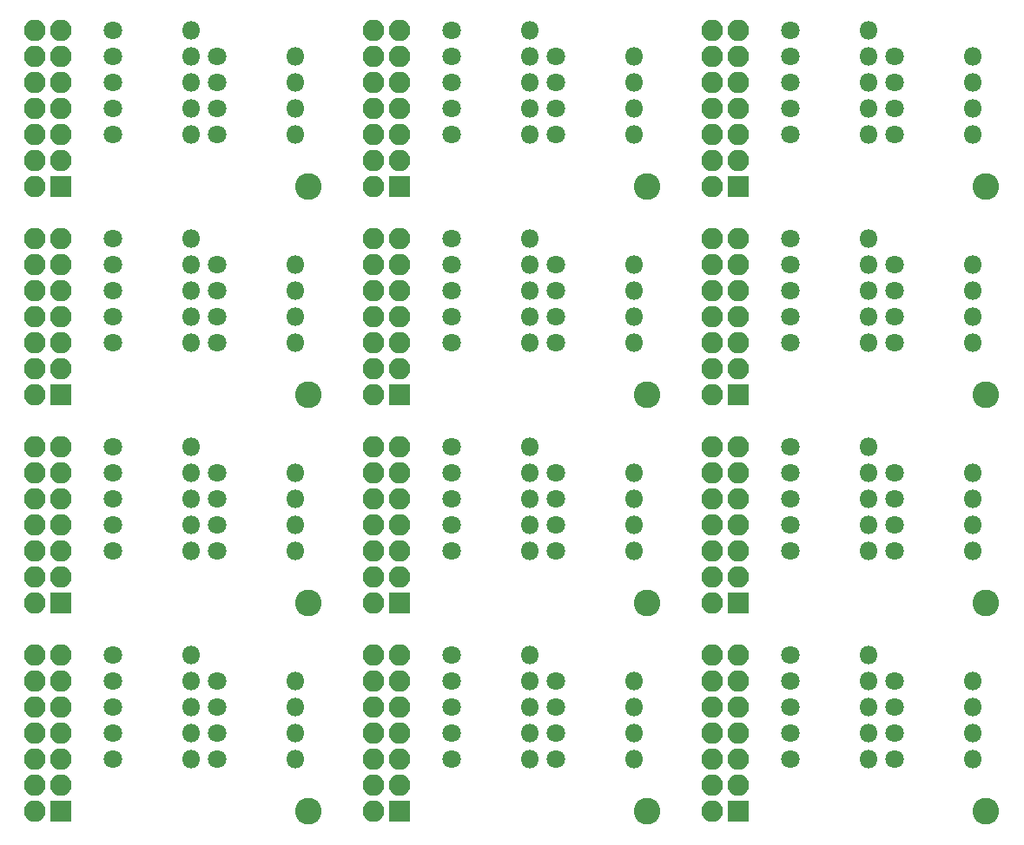
<source format=gbs>
G04 #@! TF.GenerationSoftware,KiCad,Pcbnew,(5.1.5)-3*
G04 #@! TF.CreationDate,2020-05-04T17:21:53+09:00*
G04 #@! TF.ProjectId,bf-002,62662d30-3032-42e6-9b69-6361645f7063,V01L01*
G04 #@! TF.SameCoordinates,Original*
G04 #@! TF.FileFunction,Soldermask,Bot*
G04 #@! TF.FilePolarity,Negative*
%FSLAX46Y46*%
G04 Gerber Fmt 4.6, Leading zero omitted, Abs format (unit mm)*
G04 Created by KiCad (PCBNEW (5.1.5)-3) date 2020-05-04 17:21:53*
%MOMM*%
%LPD*%
G04 APERTURE LIST*
%ADD10R,2.100000X2.100000*%
%ADD11O,2.100000X2.100000*%
%ADD12C,1.800000*%
%ADD13O,1.800000X1.800000*%
%ADD14C,2.600000*%
G04 APERTURE END LIST*
D10*
X182880000Y-114300000D03*
D11*
X180340000Y-114300000D03*
X182880000Y-111760000D03*
X180340000Y-111760000D03*
X182880000Y-109220000D03*
X180340000Y-109220000D03*
X182880000Y-106680000D03*
X180340000Y-106680000D03*
X182880000Y-104140000D03*
X180340000Y-104140000D03*
X182880000Y-101600000D03*
X180340000Y-101600000D03*
X182880000Y-99060000D03*
X180340000Y-99060000D03*
X147320000Y-99060000D03*
X149860000Y-99060000D03*
X147320000Y-101600000D03*
X149860000Y-101600000D03*
X147320000Y-104140000D03*
X149860000Y-104140000D03*
X147320000Y-106680000D03*
X149860000Y-106680000D03*
X147320000Y-109220000D03*
X149860000Y-109220000D03*
X147320000Y-111760000D03*
X149860000Y-111760000D03*
X147320000Y-114300000D03*
D10*
X149860000Y-114300000D03*
X116840000Y-114300000D03*
D11*
X114300000Y-114300000D03*
X116840000Y-111760000D03*
X114300000Y-111760000D03*
X116840000Y-109220000D03*
X114300000Y-109220000D03*
X116840000Y-106680000D03*
X114300000Y-106680000D03*
X116840000Y-104140000D03*
X114300000Y-104140000D03*
X116840000Y-101600000D03*
X114300000Y-101600000D03*
X116840000Y-99060000D03*
X114300000Y-99060000D03*
X180340000Y-78740000D03*
X182880000Y-78740000D03*
X180340000Y-81280000D03*
X182880000Y-81280000D03*
X180340000Y-83820000D03*
X182880000Y-83820000D03*
X180340000Y-86360000D03*
X182880000Y-86360000D03*
X180340000Y-88900000D03*
X182880000Y-88900000D03*
X180340000Y-91440000D03*
X182880000Y-91440000D03*
X180340000Y-93980000D03*
D10*
X182880000Y-93980000D03*
X149860000Y-93980000D03*
D11*
X147320000Y-93980000D03*
X149860000Y-91440000D03*
X147320000Y-91440000D03*
X149860000Y-88900000D03*
X147320000Y-88900000D03*
X149860000Y-86360000D03*
X147320000Y-86360000D03*
X149860000Y-83820000D03*
X147320000Y-83820000D03*
X149860000Y-81280000D03*
X147320000Y-81280000D03*
X149860000Y-78740000D03*
X147320000Y-78740000D03*
X114300000Y-78740000D03*
X116840000Y-78740000D03*
X114300000Y-81280000D03*
X116840000Y-81280000D03*
X114300000Y-83820000D03*
X116840000Y-83820000D03*
X114300000Y-86360000D03*
X116840000Y-86360000D03*
X114300000Y-88900000D03*
X116840000Y-88900000D03*
X114300000Y-91440000D03*
X116840000Y-91440000D03*
X114300000Y-93980000D03*
D10*
X116840000Y-93980000D03*
X182880000Y-73660000D03*
D11*
X180340000Y-73660000D03*
X182880000Y-71120000D03*
X180340000Y-71120000D03*
X182880000Y-68580000D03*
X180340000Y-68580000D03*
X182880000Y-66040000D03*
X180340000Y-66040000D03*
X182880000Y-63500000D03*
X180340000Y-63500000D03*
X182880000Y-60960000D03*
X180340000Y-60960000D03*
X182880000Y-58420000D03*
X180340000Y-58420000D03*
X147320000Y-58420000D03*
X149860000Y-58420000D03*
X147320000Y-60960000D03*
X149860000Y-60960000D03*
X147320000Y-63500000D03*
X149860000Y-63500000D03*
X147320000Y-66040000D03*
X149860000Y-66040000D03*
X147320000Y-68580000D03*
X149860000Y-68580000D03*
X147320000Y-71120000D03*
X149860000Y-71120000D03*
X147320000Y-73660000D03*
D10*
X149860000Y-73660000D03*
X116840000Y-73660000D03*
D11*
X114300000Y-73660000D03*
X116840000Y-71120000D03*
X114300000Y-71120000D03*
X116840000Y-68580000D03*
X114300000Y-68580000D03*
X116840000Y-66040000D03*
X114300000Y-66040000D03*
X116840000Y-63500000D03*
X114300000Y-63500000D03*
X116840000Y-60960000D03*
X114300000Y-60960000D03*
X116840000Y-58420000D03*
X114300000Y-58420000D03*
D10*
X182880000Y-53340000D03*
D11*
X180340000Y-53340000D03*
X182880000Y-50800000D03*
X180340000Y-50800000D03*
X182880000Y-48260000D03*
X180340000Y-48260000D03*
X182880000Y-45720000D03*
X180340000Y-45720000D03*
X182880000Y-43180000D03*
X180340000Y-43180000D03*
X182880000Y-40640000D03*
X180340000Y-40640000D03*
X182880000Y-38100000D03*
X180340000Y-38100000D03*
X114300000Y-38100000D03*
X116840000Y-38100000D03*
X114300000Y-40640000D03*
X116840000Y-40640000D03*
X114300000Y-43180000D03*
X116840000Y-43180000D03*
X114300000Y-45720000D03*
X116840000Y-45720000D03*
X114300000Y-48260000D03*
X116840000Y-48260000D03*
X114300000Y-50800000D03*
X116840000Y-50800000D03*
X114300000Y-53340000D03*
D10*
X116840000Y-53340000D03*
D12*
X198120000Y-45720000D03*
D13*
X205740000Y-45720000D03*
D12*
X154940000Y-40640000D03*
D13*
X162560000Y-40640000D03*
X172720000Y-43180000D03*
D12*
X165100000Y-43180000D03*
D13*
X172720000Y-48260000D03*
D12*
X165100000Y-48260000D03*
D13*
X195580000Y-38100000D03*
D12*
X187960000Y-38100000D03*
X154940000Y-45720000D03*
D13*
X162560000Y-45720000D03*
X195580000Y-40640000D03*
D12*
X187960000Y-40640000D03*
D13*
X195580000Y-48260000D03*
D12*
X187960000Y-48260000D03*
D13*
X172720000Y-40640000D03*
D12*
X165100000Y-40640000D03*
X154940000Y-43180000D03*
D13*
X162560000Y-43180000D03*
D14*
X173990000Y-53340000D03*
D12*
X154940000Y-38100000D03*
D13*
X162560000Y-38100000D03*
X195580000Y-45720000D03*
D12*
X187960000Y-45720000D03*
D13*
X172720000Y-45720000D03*
D12*
X165100000Y-45720000D03*
X198120000Y-40640000D03*
D13*
X205740000Y-40640000D03*
D12*
X198120000Y-48260000D03*
D13*
X205740000Y-48260000D03*
D14*
X207010000Y-53340000D03*
D12*
X154940000Y-48260000D03*
D13*
X162560000Y-48260000D03*
X195580000Y-43180000D03*
D12*
X187960000Y-43180000D03*
X198120000Y-43180000D03*
D13*
X205740000Y-43180000D03*
X129540000Y-43180000D03*
D12*
X121920000Y-43180000D03*
X132080000Y-43180000D03*
D13*
X139700000Y-43180000D03*
D12*
X132080000Y-45720000D03*
D13*
X139700000Y-45720000D03*
X129540000Y-45720000D03*
D12*
X121920000Y-45720000D03*
D13*
X129540000Y-48260000D03*
D12*
X121920000Y-48260000D03*
X132080000Y-40640000D03*
D13*
X139700000Y-40640000D03*
D12*
X132080000Y-48260000D03*
D13*
X139700000Y-48260000D03*
D14*
X140970000Y-53340000D03*
D13*
X129540000Y-40640000D03*
D12*
X121920000Y-40640000D03*
D13*
X129540000Y-38100000D03*
D12*
X121920000Y-38100000D03*
X165100000Y-68580000D03*
D13*
X172720000Y-68580000D03*
D12*
X187960000Y-58420000D03*
D13*
X195580000Y-58420000D03*
X162560000Y-66040000D03*
D12*
X154940000Y-66040000D03*
D13*
X205740000Y-66040000D03*
D12*
X198120000Y-66040000D03*
X165100000Y-63500000D03*
D13*
X172720000Y-63500000D03*
X205740000Y-60960000D03*
D12*
X198120000Y-60960000D03*
X187960000Y-63500000D03*
D13*
X195580000Y-63500000D03*
D12*
X165100000Y-66040000D03*
D13*
X172720000Y-66040000D03*
X162560000Y-68580000D03*
D12*
X154940000Y-68580000D03*
D14*
X173990000Y-73660000D03*
D13*
X205740000Y-68580000D03*
D12*
X198120000Y-68580000D03*
D14*
X207010000Y-73660000D03*
D12*
X187960000Y-60960000D03*
D13*
X195580000Y-60960000D03*
D12*
X187960000Y-68580000D03*
D13*
X195580000Y-68580000D03*
X162560000Y-58420000D03*
D12*
X154940000Y-58420000D03*
D13*
X162560000Y-63500000D03*
D12*
X154940000Y-63500000D03*
X187960000Y-66040000D03*
D13*
X195580000Y-66040000D03*
X162560000Y-60960000D03*
D12*
X154940000Y-60960000D03*
D13*
X205740000Y-63500000D03*
D12*
X198120000Y-63500000D03*
X165100000Y-60960000D03*
D13*
X172720000Y-60960000D03*
X139700000Y-66040000D03*
D12*
X132080000Y-66040000D03*
X121920000Y-68580000D03*
D13*
X129540000Y-68580000D03*
X139700000Y-60960000D03*
D12*
X132080000Y-60960000D03*
D13*
X139700000Y-68580000D03*
D12*
X132080000Y-68580000D03*
D14*
X140970000Y-73660000D03*
D12*
X121920000Y-66040000D03*
D13*
X129540000Y-66040000D03*
D12*
X121920000Y-60960000D03*
D13*
X129540000Y-60960000D03*
D12*
X121920000Y-58420000D03*
D13*
X129540000Y-58420000D03*
D12*
X121920000Y-63500000D03*
D13*
X129540000Y-63500000D03*
X139700000Y-63500000D03*
D12*
X132080000Y-63500000D03*
D13*
X172720000Y-88900000D03*
D12*
X165100000Y-88900000D03*
D13*
X195580000Y-78740000D03*
D12*
X187960000Y-78740000D03*
X154940000Y-86360000D03*
D13*
X162560000Y-86360000D03*
D12*
X198120000Y-81280000D03*
D13*
X205740000Y-81280000D03*
X172720000Y-86360000D03*
D12*
X165100000Y-86360000D03*
X154940000Y-88900000D03*
D13*
X162560000Y-88900000D03*
D14*
X173990000Y-93980000D03*
D12*
X198120000Y-88900000D03*
D13*
X205740000Y-88900000D03*
D12*
X154940000Y-83820000D03*
D13*
X162560000Y-83820000D03*
X195580000Y-86360000D03*
D12*
X187960000Y-86360000D03*
D14*
X207010000Y-93980000D03*
D13*
X195580000Y-81280000D03*
D12*
X187960000Y-81280000D03*
X198120000Y-86360000D03*
D13*
X205740000Y-86360000D03*
D12*
X154940000Y-81280000D03*
D13*
X162560000Y-81280000D03*
D12*
X198120000Y-83820000D03*
D13*
X205740000Y-83820000D03*
X172720000Y-81280000D03*
D12*
X165100000Y-81280000D03*
D13*
X172720000Y-83820000D03*
D12*
X165100000Y-83820000D03*
D13*
X195580000Y-88900000D03*
D12*
X187960000Y-88900000D03*
D13*
X195580000Y-83820000D03*
D12*
X187960000Y-83820000D03*
X154940000Y-78740000D03*
D13*
X162560000Y-78740000D03*
D12*
X132080000Y-86360000D03*
D13*
X139700000Y-86360000D03*
X129540000Y-88900000D03*
D12*
X121920000Y-88900000D03*
X132080000Y-81280000D03*
D13*
X139700000Y-81280000D03*
D12*
X132080000Y-83820000D03*
D13*
X139700000Y-83820000D03*
D12*
X132080000Y-88900000D03*
D13*
X139700000Y-88900000D03*
D14*
X140970000Y-93980000D03*
D13*
X129540000Y-86360000D03*
D12*
X121920000Y-86360000D03*
D13*
X129540000Y-81280000D03*
D12*
X121920000Y-81280000D03*
D13*
X129540000Y-78740000D03*
D12*
X121920000Y-78740000D03*
D13*
X129540000Y-83820000D03*
D12*
X121920000Y-83820000D03*
D13*
X205740000Y-109220000D03*
D12*
X198120000Y-109220000D03*
X187960000Y-106680000D03*
D13*
X195580000Y-106680000D03*
X205740000Y-106680000D03*
D12*
X198120000Y-106680000D03*
X187960000Y-109220000D03*
D13*
X195580000Y-109220000D03*
D14*
X207010000Y-114300000D03*
D12*
X187960000Y-104140000D03*
D13*
X195580000Y-104140000D03*
D12*
X187960000Y-101600000D03*
D13*
X195580000Y-101600000D03*
X205740000Y-101600000D03*
D12*
X198120000Y-101600000D03*
D13*
X205740000Y-104140000D03*
D12*
X198120000Y-104140000D03*
X187960000Y-99060000D03*
D13*
X195580000Y-99060000D03*
D12*
X165100000Y-106680000D03*
D13*
X172720000Y-106680000D03*
X162560000Y-109220000D03*
D12*
X154940000Y-109220000D03*
X165100000Y-101600000D03*
D13*
X172720000Y-101600000D03*
D12*
X165100000Y-104140000D03*
D13*
X172720000Y-104140000D03*
D12*
X165100000Y-109220000D03*
D13*
X172720000Y-109220000D03*
D14*
X173990000Y-114300000D03*
D13*
X162560000Y-106680000D03*
D12*
X154940000Y-106680000D03*
D13*
X162560000Y-101600000D03*
D12*
X154940000Y-101600000D03*
D13*
X162560000Y-99060000D03*
D12*
X154940000Y-99060000D03*
D13*
X162560000Y-104140000D03*
D12*
X154940000Y-104140000D03*
X121920000Y-99060000D03*
D13*
X129540000Y-99060000D03*
D12*
X121920000Y-101600000D03*
D13*
X129540000Y-101600000D03*
D12*
X121920000Y-104140000D03*
D13*
X129540000Y-104140000D03*
D12*
X121920000Y-106680000D03*
D13*
X129540000Y-106680000D03*
D12*
X121920000Y-109220000D03*
D13*
X129540000Y-109220000D03*
X139700000Y-101600000D03*
D12*
X132080000Y-101600000D03*
D13*
X139700000Y-104140000D03*
D12*
X132080000Y-104140000D03*
D13*
X139700000Y-106680000D03*
D12*
X132080000Y-106680000D03*
D13*
X139700000Y-109220000D03*
D12*
X132080000Y-109220000D03*
D14*
X140970000Y-114300000D03*
D10*
X149860000Y-53340000D03*
D11*
X147320000Y-53340000D03*
X149860000Y-50800000D03*
X147320000Y-50800000D03*
X149860000Y-48260000D03*
X147320000Y-48260000D03*
X149860000Y-45720000D03*
X147320000Y-45720000D03*
X149860000Y-43180000D03*
X147320000Y-43180000D03*
X149860000Y-40640000D03*
X147320000Y-40640000D03*
X149860000Y-38100000D03*
X147320000Y-38100000D03*
M02*

</source>
